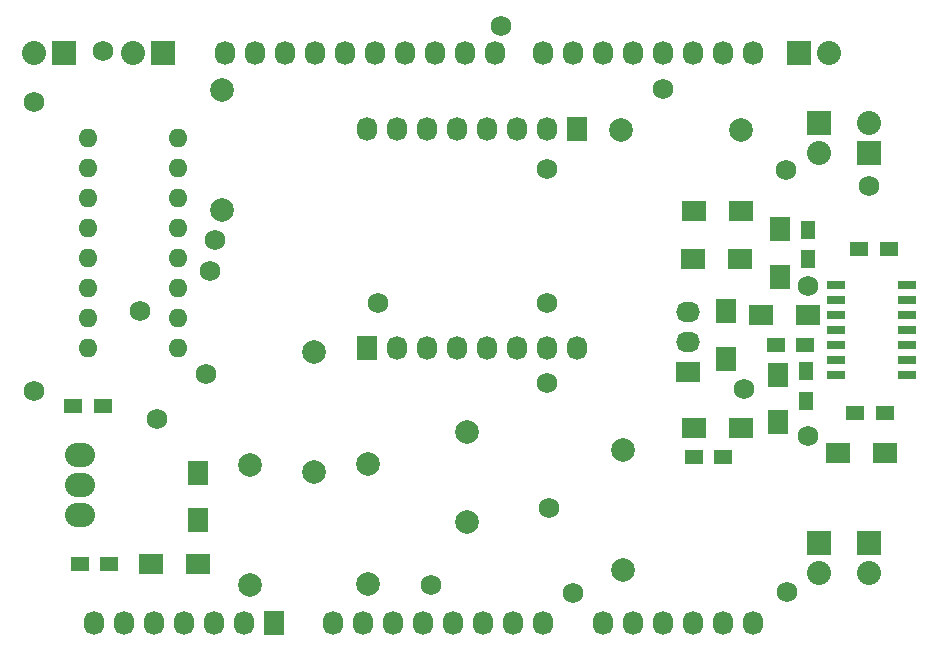
<source format=gbr>
G04 #@! TF.FileFunction,Soldermask,Bot*
%FSLAX45Y45*%
G04 Gerber Fmt 4.5, Leading zero omitted, Abs format (unit mm)*
G04 Created by KiCad (PCBNEW 4.0.4-stable) date 10/22/16 14:43:45*
%MOMM*%
%LPD*%
G01*
G04 APERTURE LIST*
%ADD10C,0.100000*%
%ADD11R,1.500000X0.700000*%
%ADD12O,1.727200X2.032000*%
%ADD13R,1.500000X1.250000*%
%ADD14R,1.250000X1.500000*%
%ADD15R,2.032000X2.032000*%
%ADD16O,2.032000X2.032000*%
%ADD17R,1.727200X2.032000*%
%ADD18R,2.032000X1.727200*%
%ADD19O,2.032000X1.727200*%
%ADD20R,1.700000X2.000000*%
%ADD21R,2.000000X1.700000*%
%ADD22C,2.000000*%
%ADD23O,2.540000X2.032000*%
%ADD24C,1.998980*%
%ADD25O,1.600000X1.600000*%
%ADD26C,1.750000*%
G04 APERTURE END LIST*
D10*
D11*
X18148300Y-10289540D03*
X18148300Y-10162540D03*
X18148300Y-10035540D03*
X18148300Y-9908540D03*
X18148300Y-9781540D03*
X18148300Y-9654540D03*
X18148300Y-9527540D03*
X18752820Y-9527540D03*
X18752820Y-9654540D03*
X18752820Y-9781540D03*
X18752820Y-9908540D03*
X18752820Y-10035540D03*
X18752820Y-10162540D03*
X18752820Y-10289540D03*
D12*
X13893800Y-12382500D03*
X14147800Y-12382500D03*
X14401800Y-12382500D03*
X14655800Y-12382500D03*
X14909800Y-12382500D03*
X15163800Y-12382500D03*
X15417800Y-12382500D03*
X15671800Y-12382500D03*
X16179800Y-12382500D03*
X16433800Y-12382500D03*
X16687800Y-12382500D03*
X16941800Y-12382500D03*
X17195800Y-12382500D03*
X17449800Y-12382500D03*
X12979400Y-7556500D03*
X13233400Y-7556500D03*
X13487400Y-7556500D03*
X13741400Y-7556500D03*
X13995400Y-7556500D03*
X14249400Y-7556500D03*
X14503400Y-7556500D03*
X14757400Y-7556500D03*
X15011400Y-7556500D03*
X15265400Y-7556500D03*
X15671800Y-7556500D03*
X15925800Y-7556500D03*
X16179800Y-7556500D03*
X16433800Y-7556500D03*
X16687800Y-7556500D03*
X16941800Y-7556500D03*
X17195800Y-7556500D03*
X17449800Y-7556500D03*
D13*
X18345880Y-9222740D03*
X18595880Y-9222740D03*
X17639760Y-10035540D03*
X17889760Y-10035540D03*
X16943800Y-10977880D03*
X17193800Y-10977880D03*
D14*
X17891760Y-10255980D03*
X17891760Y-10505980D03*
D13*
X18312860Y-10604500D03*
X18562860Y-10604500D03*
D14*
X17914800Y-9306500D03*
X17914800Y-9056500D03*
D13*
X11941080Y-10551160D03*
X11691080Y-10551160D03*
X11746960Y-11889740D03*
X11996960Y-11889740D03*
D15*
X18425160Y-8404860D03*
D16*
X18425160Y-8150860D03*
D15*
X18003520Y-8150860D03*
D16*
X18003520Y-8404860D03*
D15*
X18003520Y-11711940D03*
D16*
X18003520Y-11965940D03*
D15*
X18425160Y-11711880D03*
D16*
X18425160Y-11965880D03*
D17*
X13390880Y-12382500D03*
D12*
X13136880Y-12382500D03*
X12882880Y-12382500D03*
X12628880Y-12382500D03*
X12374880Y-12382500D03*
X12120880Y-12382500D03*
X11866880Y-12382500D03*
D18*
X16896080Y-10259060D03*
D19*
X16896080Y-10005060D03*
X16896080Y-9751060D03*
D17*
X14178280Y-10055860D03*
D12*
X14432280Y-10055860D03*
X14686280Y-10055860D03*
X14940280Y-10055860D03*
X15194280Y-10055860D03*
X15448280Y-10055860D03*
X15702280Y-10055860D03*
X15956280Y-10055860D03*
D17*
X15956280Y-8204200D03*
D12*
X15702280Y-8204200D03*
X15448280Y-8204200D03*
X15194280Y-8204200D03*
X14940280Y-8204200D03*
X14686280Y-8204200D03*
X14432280Y-8204200D03*
X14178280Y-8204200D03*
D20*
X17218660Y-9749180D03*
X17218660Y-10149180D03*
D21*
X16942460Y-8895080D03*
X17342460Y-8895080D03*
X16939920Y-9301480D03*
X17339920Y-9301480D03*
X16942460Y-10734040D03*
X17342460Y-10734040D03*
X17511420Y-9779000D03*
X17911420Y-9779000D03*
D20*
X17655540Y-10685120D03*
X17655540Y-10285120D03*
D21*
X18164200Y-10947400D03*
X18564200Y-10947400D03*
D20*
X17678400Y-9053220D03*
X17678400Y-9453220D03*
D21*
X12747600Y-11889740D03*
X12347600Y-11889740D03*
D20*
X12750800Y-11113160D03*
X12750800Y-11513160D03*
D22*
X15026640Y-10768076D03*
X15026640Y-11528044D03*
D15*
X17835880Y-7556500D03*
D16*
X18089880Y-7556500D03*
D23*
X11747500Y-11221720D03*
X11747500Y-10967720D03*
X11747500Y-11475720D03*
D15*
X11615420Y-7556500D03*
D16*
X11361420Y-7556500D03*
D24*
X17343120Y-8211820D03*
X16327120Y-8211820D03*
X13189800Y-12069000D03*
X13189800Y-11053000D03*
X14187300Y-11041500D03*
X14187300Y-12057500D03*
X16344900Y-10924540D03*
X16344900Y-11940540D03*
X13731240Y-11107420D03*
X13731240Y-10091420D03*
X12954000Y-8887460D03*
X12954000Y-7871460D03*
D25*
X12578080Y-10058400D03*
X12578080Y-9804400D03*
X12578080Y-9550400D03*
X12578080Y-9296400D03*
X12578080Y-9042400D03*
X12578080Y-8788400D03*
X12578080Y-8534400D03*
X12578080Y-8280400D03*
X11816080Y-8280400D03*
X11816080Y-8534400D03*
X11816080Y-8788400D03*
X11816080Y-9042400D03*
X11816080Y-9296400D03*
X11816080Y-9550400D03*
X11816080Y-9804400D03*
X11816080Y-10058400D03*
D15*
X12447300Y-7556500D03*
D16*
X12193300Y-7556500D03*
D26*
X18427300Y-8689000D03*
X14719800Y-12061500D03*
X12402300Y-10661500D03*
X12849800Y-9406500D03*
X17734800Y-12126500D03*
X15922300Y-12129000D03*
X15702300Y-8541500D03*
X15702300Y-9674000D03*
X15699800Y-10354000D03*
X11362300Y-10424000D03*
X15717300Y-11411500D03*
X17914800Y-9531500D03*
X17909800Y-10804000D03*
X11362300Y-7974000D03*
X11939800Y-7541500D03*
X12257300Y-9741500D03*
X12892300Y-9144000D03*
X12812300Y-10279000D03*
X17724800Y-8554000D03*
X17372300Y-10406500D03*
X14272300Y-9679000D03*
X15312300Y-7329000D03*
X16687300Y-7869000D03*
M02*

</source>
